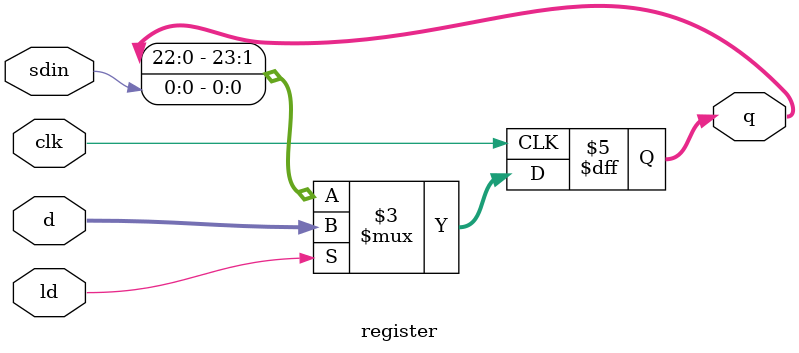
<source format=v>
module register(d,ld,sdin,clk,q);
	input[23:0] d;
	input ld, sdin, clk;
	output[23:0] q;
  
  reg[23:0] q;
	always @(posedge clk) 
	begin
		if (ld)
			q = d;
		else 
			q = {q[22:0], sdin};
	end

endmodule
</source>
